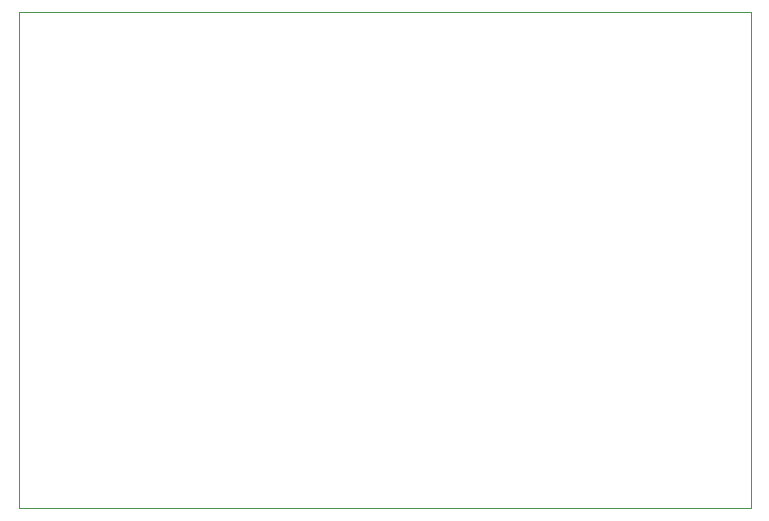
<source format=gbr>
%TF.GenerationSoftware,KiCad,Pcbnew,(5.1.12)-1*%
%TF.CreationDate,2023-08-26T19:48:31+05:30*%
%TF.ProjectId,Smart vibration sensor alaram,536d6172-7420-4766-9962-726174696f6e,rev?*%
%TF.SameCoordinates,Original*%
%TF.FileFunction,Profile,NP*%
%FSLAX46Y46*%
G04 Gerber Fmt 4.6, Leading zero omitted, Abs format (unit mm)*
G04 Created by KiCad (PCBNEW (5.1.12)-1) date 2023-08-26 19:48:31*
%MOMM*%
%LPD*%
G01*
G04 APERTURE LIST*
%TA.AperFunction,Profile*%
%ADD10C,0.050000*%
%TD*%
G04 APERTURE END LIST*
D10*
X98000000Y-69000000D02*
X99000000Y-69000000D01*
X98000000Y-111000000D02*
X98000000Y-69000000D01*
X160000000Y-111000000D02*
X98000000Y-111000000D01*
X160000000Y-69000000D02*
X160000000Y-111000000D01*
X99000000Y-69000000D02*
X160000000Y-69000000D01*
M02*

</source>
